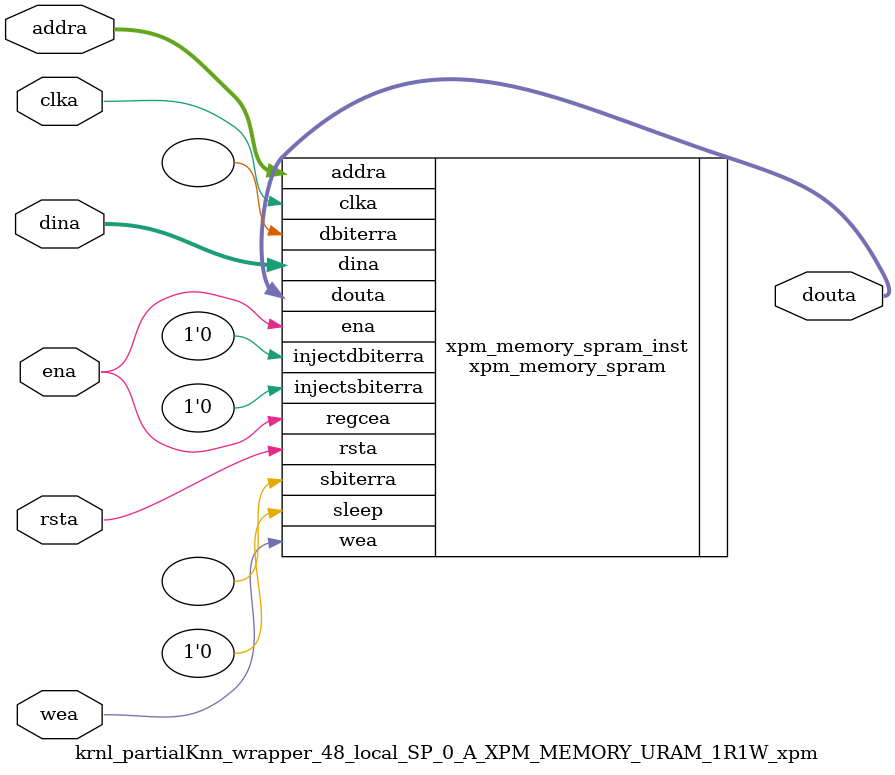
<source format=v>
`timescale 1 ns / 1 ps
module krnl_partialKnn_wrapper_48_local_SP_0_A_XPM_MEMORY_URAM_1R1W_xpm # (
  // Common module parameters
  parameter integer                 MEMORY_SIZE        = 524288,
  parameter                         MEMORY_PRIMITIVE   = "ultra",
  parameter                         ECC_MODE           = "no_ecc",
  parameter                         MEMORY_INIT_FILE   = "none",
  parameter                         WAKEUP_TIME        = "disable_sleep",
  parameter integer                 MESSAGE_CONTROL    = 0,
  // Port A module parameters
  parameter integer                 WRITE_DATA_WIDTH_A = 256,
  parameter integer                 READ_DATA_WIDTH_A  = WRITE_DATA_WIDTH_A,
  parameter integer                 BYTE_WRITE_WIDTH_A = WRITE_DATA_WIDTH_A,
  parameter integer                 ADDR_WIDTH_A       = 11,
  parameter                         READ_RESET_VALUE_A = "0",
  parameter integer                 READ_LATENCY_A     = 1,
  parameter                         WRITE_MODE_A       = "read_first"
) (
  // Port A module ports
  input  wire                                               clka,
  input  wire                                               rsta,
  input  wire                                               ena,
  input  wire [(WRITE_DATA_WIDTH_A/BYTE_WRITE_WIDTH_A)-1:0] wea,
  input  wire [ADDR_WIDTH_A-1:0]                            addra,
  input  wire [WRITE_DATA_WIDTH_A-1:0]                      dina,
  output wire [READ_DATA_WIDTH_A-1:0]                       douta
);
// Set parameter values and connect ports to instantiate an XPM_MEMORY single port RAM configuration
xpm_memory_spram # (
  // Common module parameters
  .MEMORY_SIZE        (MEMORY_SIZE),   //positive integer
  .MEMORY_PRIMITIVE   (MEMORY_PRIMITIVE),      //string; "auto", "distributed", "block" or "ultra";
  .ECC_MODE           (ECC_MODE),      //do not change
  .MEMORY_INIT_FILE   (MEMORY_INIT_FILE), //string; "none" or "<filename>.mem" 
  .MEMORY_INIT_PARAM  (""), //string;
  .WAKEUP_TIME        (WAKEUP_TIME),      //string; "disable_sleep" or "use_sleep_pin"
  .MESSAGE_CONTROL    (MESSAGE_CONTROL),      //do not change
  // Port A module parameters
  .WRITE_DATA_WIDTH_A (WRITE_DATA_WIDTH_A),     //positive integer
  .READ_DATA_WIDTH_A  (READ_DATA_WIDTH_A),     //positive integer
  .BYTE_WRITE_WIDTH_A (BYTE_WRITE_WIDTH_A),     //integer; 8, 9, or WRITE_DATA_WIDTH_A value
  .ADDR_WIDTH_A       (ADDR_WIDTH_A),      //positive integer
  .READ_RESET_VALUE_A (READ_RESET_VALUE_A),  //string
  .READ_LATENCY_A     (READ_LATENCY_A),      //non-negative integer
  .WRITE_MODE_A       (WRITE_MODE_A)       //string; "write_first", "read_first", "no_change"
) xpm_memory_spram_inst (
  // Common module ports
  .sleep          (1'b0),  //do not change
  // Port A module ports
  .clka           (clka),
  .rsta           (rsta),
  .ena            (ena),
  .regcea         (ena),
  .wea            (wea),
  .addra          (addra),
  .dina           (dina),
  .injectsbiterra (1'b0),  //do not change
  .injectdbiterra (1'b0),  //do not change
  .douta          (douta),
  .sbiterra       (),      //do not change
  .dbiterra       ()       //do not change
);
endmodule
</source>
